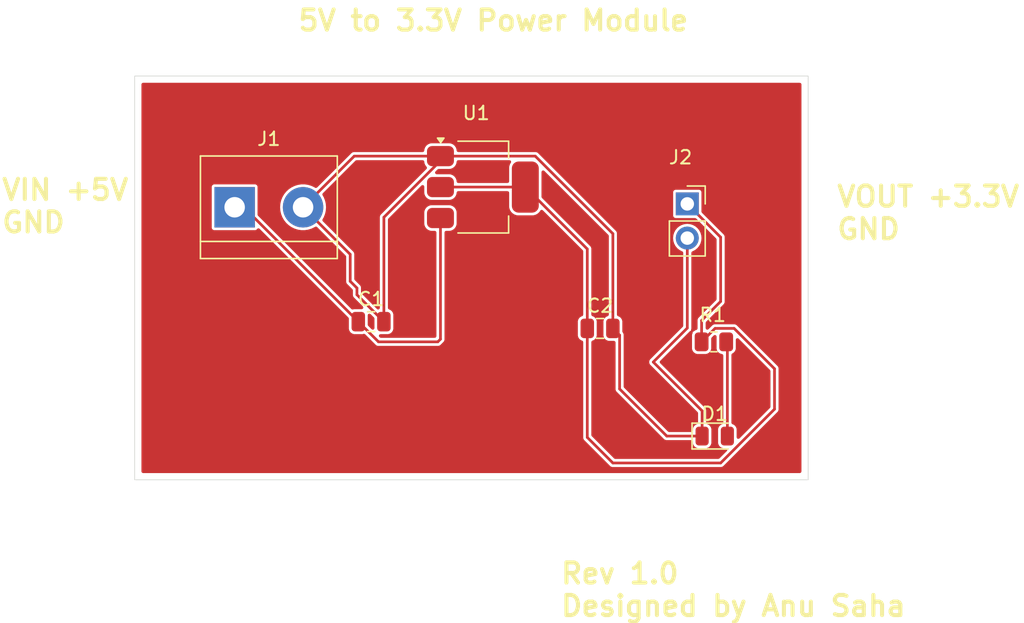
<source format=kicad_pcb>
(kicad_pcb (version 20240108) (generator "pcbnew") (generator_version "8.0")
  (layers (0 "F.Cu" signal) (31 "B.Cu" signal) (34 "B.Paste" user) (35 "F.Paste" user) (36 "B.SilkS" user "B.Silkscreen") (37 "F.SilkS" user "F.Silkscreen") (38 "B.Mask" user) (39 "F.Mask" user) (44 "Edge.Cuts" user))
  (net 0 "")
  (net 1 "GND")
  (net 2 "+5V")
  (net 3 "+3V3")
  (net 4 "Net-(D1-A)")
  (footprint "Capacitor_SMD:C_0805_2012Metric" (layer "F.Cu") (at 167.55 83.5)
    (property "Reference" "C2" (at 0 -1.68 0) (layer "F.SilkS"))
    (property "Value" "10uf")
    (fp_line (start -0.261252 -0.735) (end 0.261252 -0.735) (stroke (width 0.12)) (layer "F.SilkS"))
    (fp_line (start -0.261252 0.735) (end 0.261252 0.735) (stroke (width 0.12)) (layer "F.SilkS"))
    (pad "1" smd roundrect (at -0.95 0) (size 1 1.45) (layers "F.Cu" "F.Paste" "F.Mask") (net 3 "+3V3"))
    (pad "2" smd roundrect (at 0.95 0) (size 1 1.45) (layers "F.Cu" "F.Paste" "F.Mask") (net 1 "GND"))
  )
  (footprint "Capacitor_SMD:C_0805_2012Metric" (layer "F.Cu") (at 150.55 83)
    (property "Reference" "C1" (at 0 -1.68 0) (layer "F.SilkS"))
    (property "Value" "100nf")
    (fp_line (start -0.261252 -0.735) (end 0.261252 -0.735) (stroke (width 0.12)) (layer "F.SilkS"))
    (fp_line (start -0.261252 0.735) (end 0.261252 0.735) (stroke (width 0.12)) (layer "F.SilkS"))
    (pad "1" smd roundrect (at -0.95 0) (size 1 1.45) (layers "F.Cu" "F.Paste" "F.Mask") (net 2 "+5V"))
    (pad "2" smd roundrect (at 0.95 0) (size 1 1.45) (layers "F.Cu" "F.Paste" "F.Mask") (net 1 "GND"))
  )
  (footprint "Package_TO_SOT_SMD:SOT-223-3_TabPin2" (layer "F.Cu") (at 158.85 73)
    (property "Reference" "U1" (at -0.5 -5.5 0) (layer "F.SilkS"))
    (property "Value" "AMS1117-3.3")
    (fp_line (start -1.85 -3.41) (end 1.91 -3.41) (stroke (width 0.12)) (layer "F.SilkS"))
    (fp_line (start -1.85 3.41) (end 1.91 3.41) (stroke (width 0.12)) (layer "F.SilkS"))
    (fp_line (start 1.91 -3.41) (end 1.91 -2.15) (stroke (width 0.12)) (layer "F.SilkS"))
    (fp_line (start 1.91 3.41) (end 1.91 2.15) (stroke (width 0.12)) (layer "F.SilkS"))
    (fp_poly (pts (xy -3.13 -3.31) (xy -3.37 -3.64) (xy -2.89 -3.64) (xy -3.13 -3.31)) (stroke (width 0.12)) (fill solid) (layer "F.SilkS"))
    (pad "1" smd roundrect (at -3.15 -2.3) (size 2 1.5) (layers "F.Cu" "F.Paste" "F.Mask") (net 1 "GND"))
    (pad "2" smd roundrect (at -3.15 0) (size 2 1.5) (layers "F.Cu" "F.Paste" "F.Mask") (net 3 "+3V3"))
    (pad "2" smd roundrect (at 3.15 0) (size 2 3.8) (layers "F.Cu" "F.Paste" "F.Mask") (net 3 "+3V3"))
    (pad "3" smd roundrect (at -3.15 2.3) (size 2 1.5) (layers "F.Cu" "F.Paste" "F.Mask") (net 2 "+5V"))
  )
  (footprint "TerminalBlock:TerminalBlock_bornier-2_P5.08mm" (layer "F.Cu") (at 140.42 74.5)
    (property "Reference" "J1" (at 2.54 -5.08 0) (layer "F.SilkS"))
    (property "Value" "Screw_Terminal_01x02")
    (fp_line (start -2.54 -3.81) (end -2.54 3.81) (stroke (width 0.12)) (layer "F.SilkS"))
    (fp_line (start -2.54 3.81) (end 7.62 3.81) (stroke (width 0.12)) (layer "F.SilkS"))
    (fp_line (start 7.62 -3.81) (end -2.54 -3.81) (stroke (width 0.12)) (layer "F.SilkS"))
    (fp_line (start 7.62 2.54) (end -2.54 2.54) (stroke (width 0.12)) (layer "F.SilkS"))
    (fp_line (start 7.62 3.81) (end 7.62 -3.81) (stroke (width 0.12)) (layer "F.SilkS"))
    (pad "1" thru_hole rect (at 0 0) (size 3 3) (drill 1.52) (layers "*.Cu" "*.Mask") (net 2 "+5V"))
    (pad "2" thru_hole circle (at 5.08 0) (size 3 3) (drill 1.52) (layers "*.Cu" "*.Mask") (net 1 "GND"))
  )
  (footprint "LED_SMD:LED_0805_2012Metric" (layer "F.Cu") (at 176.0625 91.5)
    (property "Reference" "D1" (at 0 -1.65 0) (layer "F.SilkS"))
    (property "Value" "LED")
    (fp_line (start -1.685 -0.96) (end -1.685 0.96) (stroke (width 0.12)) (layer "F.SilkS"))
    (fp_line (start -1.685 0.96) (end 1 0.96) (stroke (width 0.12)) (layer "F.SilkS"))
    (fp_line (start 1 -0.96) (end -1.685 -0.96) (stroke (width 0.12)) (layer "F.SilkS"))
    (pad "1" smd roundrect (at -0.9375 0) (size 0.975 1.4) (layers "F.Cu" "F.Paste" "F.Mask") (net 1 "GND"))
    (pad "2" smd roundrect (at 0.9375 0) (size 0.975 1.4) (layers "F.Cu" "F.Paste" "F.Mask") (net 4 "Net-(D1-A)"))
  )
  (footprint "Resistor_SMD:R_0805_2012Metric" (layer "F.Cu") (at 176 84.5)
    (property "Reference" "R1" (at -0.0875 -2 0) (layer "F.SilkS"))
    (property "Value" "330")
    (fp_line (start -0.227064 -0.735) (end 0.227064 -0.735) (stroke (width 0.12)) (layer "F.SilkS"))
    (fp_line (start -0.227064 0.735) (end 0.227064 0.735) (stroke (width 0.12)) (layer "F.SilkS"))
    (pad "1" smd roundrect (at -0.9125 0) (size 1.025 1.4) (layers "F.Cu" "F.Paste" "F.Mask") (roundrect_rratio 0.243902) (net 3 "+3V3"))
    (pad "2" smd roundrect (at 0.9125 0) (size 1.025 1.4) (layers "F.Cu" "F.Paste" "F.Mask") (roundrect_rratio 0.243902) (net 4 "Net-(D1-A)"))
  )
  (footprint "Connector_PinSocket_2.54mm:PinSocket_1x02_P2.54mm_Vertical" (layer "F.Cu") (at 174.025 74.25)
    (property "Reference" "J2" (at -0.5 -3.46 0) (layer "F.SilkS"))
    (property "Value" "Conn_01x02")
    (fp_line (start -1.33 1.27) (end -1.33 3.87) (stroke (width 0.12)) (layer "F.SilkS"))
    (fp_line (start -1.33 1.27) (end 1.33 1.27) (stroke (width 0.12)) (layer "F.SilkS"))
    (fp_line (start -1.33 3.87) (end 1.33 3.87) (stroke (width 0.12)) (layer "F.SilkS"))
    (fp_line (start 0 -1.33) (end 1.33 -1.33) (stroke (width 0.12)) (layer "F.SilkS"))
    (fp_line (start 1.33 -1.33) (end 1.33 0) (stroke (width 0.12)) (layer "F.SilkS"))
    (fp_line (start 1.33 1.27) (end 1.33 3.87) (stroke (width 0.12)) (layer "F.SilkS"))
    (pad "1" thru_hole rect (at 0 0) (size 1.7 1.7) (drill 1) (layers "*.Cu" "*.Mask") (net 3 "+3V3"))
    (pad "2" thru_hole oval (at 0 2.54) (size 1.7 1.7) (drill 1) (layers "*.Cu" "*.Mask") (net 1 "GND"))
  )
  (gr_rect (start 133 64.75) (end 183 94.75) (stroke (width 0.05)) (fill none) (layer "Edge.Cuts"))
  (gr_text "VIN +5V\nGND" (at 123 76.5 0) (layer "F.SilkS") (effects (font (size 1.5 1.5) (thickness 0.3) (bold yes)) (justify left bottom)))
  (gr_text "Rev 1.0\nDesigned by Anu Saha" (at 164.5 105 0) (layer "F.SilkS") (effects (font (size 1.5 1.5) (thickness 0.3) (bold yes)) (justify left bottom)))
  (gr_text "5V to 3.3V Power Module" (at 145 61.5 0) (layer "F.SilkS") (effects (font (size 1.5 1.5) (thickness 0.3) (bold yes)) (justify left bottom)))
  (gr_text "VOUT +3.3V\nGND" (at 185 77 0) (layer "F.SilkS") (effects (font (size 1.5 1.5) (thickness 0.3) (bold yes)) (justify left bottom)))
  (segment (start 149 78) (end 149 80) (width 0.2) (layer "F.Cu") (net 1))
  (segment (start 168.5 76.461358) (end 168.5 83.5) (width 0.2) (layer "F.Cu") (net 1))
  (segment (start 149 80) (end 149.5 80.5) (width 0.2) (layer "F.Cu") (net 1))
  (segment (start 175.125 89.625) (end 175.125 91.5) (width 0.2) (layer "F.Cu") (net 1))
  (segment (start 155.7 70.7) (end 162.738642 70.7) (width 0.2) (layer "F.Cu") (net 1))
  (segment (start 171.5 86) (end 175.125 89.625) (width 0.2) (layer "F.Cu") (net 1))
  (segment (start 174.025 76.79) (end 174.025 83.475) (width 0.2) (layer "F.Cu") (net 1))
  (segment (start 149.5 81) (end 151.5 83) (width 0.2) (layer "F.Cu") (net 1))
  (segment (start 145.5 74.5) (end 149.3 70.7) (width 0.2) (layer "F.Cu") (net 1))
  (segment (start 169 84) (end 169 88) (width 0.2) (layer "F.Cu") (net 1))
  (segment (start 169 88) (end 172.5 91.5) (width 0.2) (layer "F.Cu") (net 1))
  (segment (start 149.5 80.5) (end 149.5 81) (width 0.2) (layer "F.Cu") (net 1))
  (segment (start 168.5 83.5) (end 169 84) (width 0.2) (layer "F.Cu") (net 1))
  (segment (start 155.7 70.7) (end 155.7 71.045406) (width 0.2) (layer "F.Cu") (net 1))
  (segment (start 149.3 70.7) (end 155.7 70.7) (width 0.2) (layer "F.Cu") (net 1))
  (segment (start 174.025 83.475) (end 171.5 86) (width 0.2) (layer "F.Cu") (net 1))
  (segment (start 151.5 75.245406) (end 151.5 83) (width 0.2) (layer "F.Cu") (net 1))
  (segment (start 162.738642 70.7) (end 168.5 76.461358) (width 0.2) (layer "F.Cu") (net 1))
  (segment (start 155.7 71.045406) (end 151.5 75.245406) (width 0.2) (layer "F.Cu") (net 1))
  (segment (start 172.5 91.5) (end 175.125 91.5) (width 0.2) (layer "F.Cu") (net 1))
  (segment (start 145.5 74.5) (end 149 78) (width 0.2) (layer "F.Cu") (net 1))
  (segment (start 149.6 83) (end 151.1 84.5) (width 0.2) (layer "F.Cu") (net 2))
  (segment (start 155.7 84.3) (end 155.7 75.3) (width 0.2) (layer "F.Cu") (net 2))
  (segment (start 141.1 74.5) (end 149.6 83) (width 0.2) (layer "F.Cu") (net 2))
  (segment (start 151.1 84.5) (end 155.5 84.5) (width 0.2) (layer "F.Cu") (net 2))
  (segment (start 140.42 74.5) (end 141.1 74.5) (width 0.2) (layer "F.Cu") (net 2))
  (segment (start 155.5 84.5) (end 155.7 84.3) (width 0.2) (layer "F.Cu") (net 2))
  (segment (start 180.5 86.5) (end 180.5 89.5) (width 0.2) (layer "F.Cu") (net 3))
  (segment (start 175.0875 82.9125) (end 175.0875 84.5) (width 0.2) (layer "F.Cu") (net 3))
  (segment (start 166.6 91.6) (end 166.6 83.5) (width 0.2) (layer "F.Cu") (net 3))
  (segment (start 176.0875 83.5) (end 177.5 83.5) (width 0.2) (layer "F.Cu") (net 3))
  (segment (start 166.6 77.6) (end 162 73) (width 0.2) (layer "F.Cu") (net 3))
  (segment (start 176.5 93.5) (end 168.5 93.5) (width 0.2) (layer "F.Cu") (net 3))
  (segment (start 175.0875 84.5) (end 176.0875 83.5) (width 0.2) (layer "F.Cu") (net 3))
  (segment (start 180.5 89.5) (end 176.5 93.5) (width 0.2) (layer "F.Cu") (net 3))
  (segment (start 176.5 76.725) (end 176.5 81.5) (width 0.2) (layer "F.Cu") (net 3))
  (segment (start 176.5 81.5) (end 175.0875 82.9125) (width 0.2) (layer "F.Cu") (net 3))
  (segment (start 162 73) (end 155.7 73) (width 0.2) (layer "F.Cu") (net 3))
  (segment (start 174.025 74.25) (end 176.5 76.725) (width 0.2) (layer "F.Cu") (net 3))
  (segment (start 177.5 83.5) (end 180.5 86.5) (width 0.2) (layer "F.Cu") (net 3))
  (segment (start 166.6 83.5) (end 166.6 77.6) (width 0.2) (layer "F.Cu") (net 3))
  (segment (start 168.5 93.5) (end 166.6 91.6) (width 0.2) (layer "F.Cu") (net 3))
  (segment (start 177 84.5875) (end 176.9125 84.5) (width 0.2) (layer "F.Cu") (net 4))
  (segment (start 177 91.5) (end 177 84.5875) (width 0.2) (layer "F.Cu") (net 4))
  (zone (net 0) (net_name "") (layer "F.Cu") (connect_pads (clearance 0.2)) (min_thickness 0.25) (fill yes (thermal_gap 0.5) (thermal_bridge_width 0.5) (island_removal_mode 1) (island_area_min 10))
    (polygon (pts (xy 161 84.5) (xy 183 84.5) (xy 183 65) (xy 133 65) (xy 133 94.5) (xy 183 94.5) (xy 183 65) (xy 180.5 65)))
  )
)
</source>
